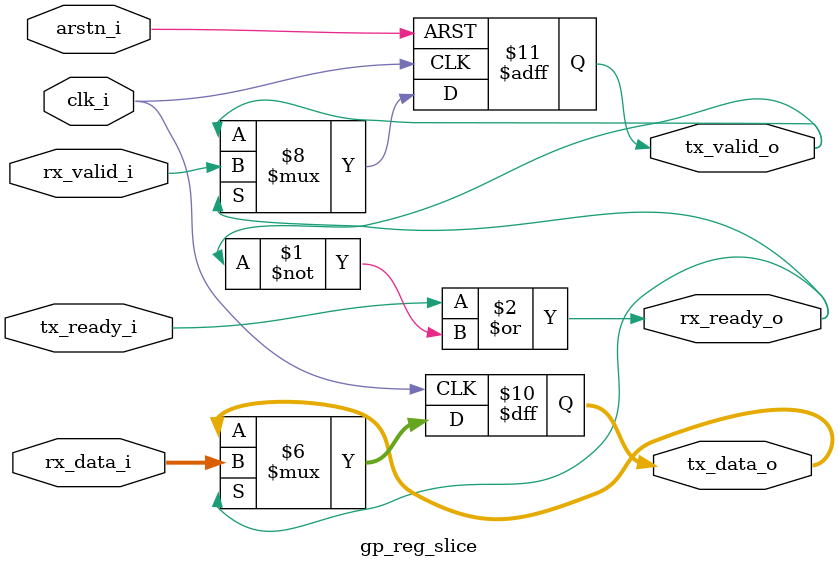
<source format=sv>

module gp_reg_slice #(
    parameter DATA_WIDTH  = 32
)(
    // System channel
    input  wire                    clk_i      ,
    input  wire                    arstn_i    ,
    // RX handshake channel
    output wire                    rx_ready_o ,
    input  wire                    rx_valid_i ,
    input  wire [DATA_WIDTH-1 : 0] rx_data_i  ,
    // TX handshake channel
    input  wire                    tx_ready_i ,
    output reg                     tx_valid_o ,
    output reg  [DATA_WIDTH-1 : 0] tx_data_o
);

// ****************************************************************************
// Module body
// ****************************************************************************
// Ready signal forming
    assign rx_ready_o = tx_ready_i | (~tx_valid_o) ;

// Valid signal forming
    always_ff @(posedge clk_i or negedge arstn_i) begin : tx_valid_reg
        if (!arstn_i)
            tx_valid_o <= 1'b0 ;
        else if (rx_ready_o)
            tx_valid_o <= rx_valid_i ;
    end

// Data forming
    always_ff @(posedge clk_i) begin : tx_data_reg
        if (rx_ready_o)
            tx_data_o <= rx_data_i ;
    end

// ****************************************************************************
endmodule // gp_reg_slice
</source>
